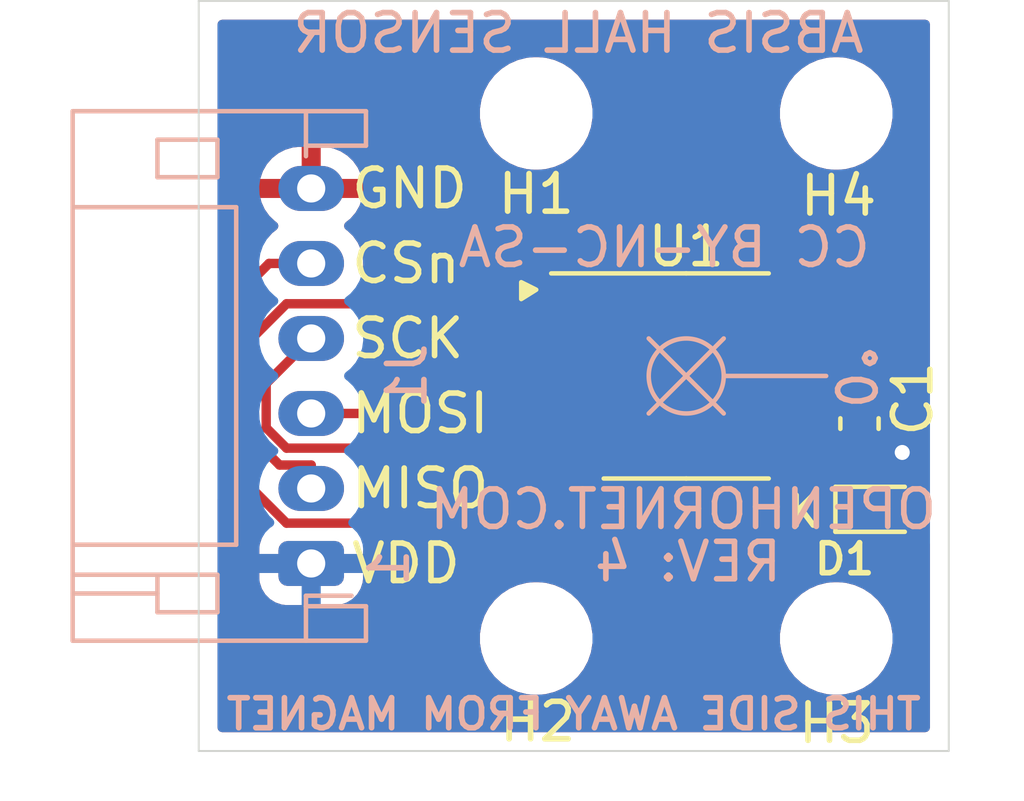
<source format=kicad_pcb>
(kicad_pcb (version 20221018) (generator pcbnew)
  (title_block (title "ABSIS Hall Sensor") (date "2023-04-19") (rev "3") (company "www.openhornet.com") (comment 1 "License:  CC BY-NC-SA"))
  (layers (0 "F.Cu" signal) (31 "B.Cu" signal) (34 "B.Paste" user) (35 "F.Paste" user) (36 "B.SilkS" user "B.Silkscreen") (37 "F.SilkS" user "F.Silkscreen") (38 "B.Mask" user) (39 "F.Mask" user) (44 "Edge.Cuts" user))
  (net 0 "")
  (net 1 "GND")
  (net 2 "/CSN")
  (net 3 "/SCK")
  (net 4 "/MOSI")
  (net 5 "/MISO")
  (net 6 "VDD")
  (footprint "OH_Footprints:MountingHole_2.5mm" (layer "F.Cu") (at 179.847 91.298)
    (fp_text reference "H4" (at 0.06 2.2) (layer "F.SilkS"))
    (fp_text value "2.5mm")
    (pad "" np_thru_hole circle (at 0 0) (size 2.5 2.5) (drill 2.5) (layers "*.Cu" "*.Mask"))
  )
  (footprint "OH_Footprints:MountingHole_2.5mm" (layer "F.Cu") (at 179.847 105.298)
    (fp_text reference "H3" (at 0.01 2.26) (layer "F.SilkS"))
    (fp_text value "2.5mm")
    (pad "" np_thru_hole circle (at 0 0) (size 2.5 2.5) (drill 2.5) (layers "*.Cu" "*.Mask"))
  )
  (footprint "OH_Footprints:MountingHole_2.5mm" (layer "F.Cu") (at 171.847 91.298)
    (fp_text reference "H1" (at 0 2.15) (layer "F.SilkS"))
    (fp_text value "2.5mm")
    (pad "" np_thru_hole circle (at 0 0) (size 2.5 2.5) (drill 2.5) (layers "*.Cu" "*.Mask"))
  )
  (footprint "OH_Footprints:MountingHole_2.5mm" (layer "F.Cu") (at 171.847 105.298)
    (fp_text reference "H2" (at 0.04 2.22) (layer "F.SilkS"))
    (fp_text value "2.5mm")
    (pad "" np_thru_hole circle (at 0 0) (size 2.5 2.5) (drill 2.5) (layers "*.Cu" "*.Mask"))
  )
  (footprint "OH_Footprints:C_0603_1608Metric" (layer "F.Cu") (at 180.467 99.568 90)
    (fp_text reference "C1" (at 0.66 1.42 90) (layer "F.SilkS"))
    (fp_text value "0.1uF")
    (fp_line (start -0.14058 -0.51) (end 0.14058 -0.51) (stroke (width 0.12)) (layer "F.SilkS"))
    (fp_line (start -0.14058 0.51) (end 0.14058 0.51) (stroke (width 0.12)) (layer "F.SilkS"))
    (pad "1" smd roundrect (at -0.775 0 90) (size 0.9 0.95) (layers "F.Cu" "F.Paste" "F.Mask") (net 6 "VDD"))
    (pad "2" smd roundrect (at 0.775 0 90) (size 0.9 0.95) (layers "F.Cu" "F.Paste" "F.Mask") (net 1 "GND"))
  )
  (footprint "OH_Footprints:D_SOD-523" (layer "F.Cu") (at 180.975 101.854)
    (fp_text reference "D1" (at -0.9068 1.3284) (layer "F.SilkS") (effects (font (size 0.8 0.8))))
    (fp_text value "ESD5Z5V0")
    (fp_line (start -1.15 -0.6) (end -1.15 0.6) (stroke (width 0.12)) (layer "F.SilkS"))
    (fp_line (start 0.7 -0.6) (end -1.15 -0.6) (stroke (width 0.12)) (layer "F.SilkS"))
    (fp_line (start 0.7 0.6) (end -1.15 0.6) (stroke (width 0.12)) (layer "F.SilkS"))
    (pad "1" smd rect (at -0.7 0 180) (size 0.6 0.7) (layers "F.Cu" "F.Paste" "F.Mask") (net 6 "VDD"))
    (pad "2" smd rect (at 0.7 0 180) (size 0.6 0.7) (layers "F.Cu" "F.Paste" "F.Mask") (net 1 "GND"))
  )
  (footprint "OH_Footprints:TSSOP-16_4.4x5mm_P0.65mm" (layer "F.Cu") (at 175.847 98.298)
    (fp_text reference "U1" (at 0 -3.45) (layer "F.SilkS"))
    (fp_text value "MT6835GT")
    (fp_line (start 0 -2.735) (end -3.6 -2.735) (stroke (width 0.12)) (layer "F.SilkS"))
    (fp_line (start 0 -2.735) (end 2.2 -2.735) (stroke (width 0.12)) (layer "F.SilkS"))
    (fp_line (start 0 2.735) (end -2.2 2.735) (stroke (width 0.12)) (layer "F.SilkS"))
    (fp_line (start 0 2.735) (end 2.2 2.735) (stroke (width 0.12)) (layer "F.SilkS"))
    (pad "1" smd roundrect (at -2.8625 -2.275) (size 1.475 0.4) (layers "F.Cu" "F.Paste" "F.Mask"))
    (pad "2" smd roundrect (at -2.8625 -1.625) (size 1.475 0.4) (layers "F.Cu" "F.Paste" "F.Mask"))
    (pad "3" smd roundrect (at -2.8625 -0.975) (size 1.475 0.4) (layers "F.Cu" "F.Paste" "F.Mask"))
    (pad "4" smd roundrect (at -2.8625 -0.325) (size 1.475 0.4) (layers "F.Cu" "F.Paste" "F.Mask") (net 1 "GND"))
    (pad "5" smd roundrect (at -2.8625 0.325) (size 1.475 0.4) (layers "F.Cu" "F.Paste" "F.Mask") (net 5 "/MISO"))
    (pad "6" smd roundrect (at -2.8625 0.975) (size 1.475 0.4) (layers "F.Cu" "F.Paste" "F.Mask") (net 4 "/MOSI"))
    (pad "7" smd roundrect (at -2.8625 1.625) (size 1.475 0.4) (layers "F.Cu" "F.Paste" "F.Mask") (net 3 "/SCK"))
    (pad "8" smd roundrect (at -2.8625 2.275) (size 1.475 0.4) (layers "F.Cu" "F.Paste" "F.Mask") (net 2 "/CSN"))
    (pad "9" smd roundrect (at 2.8625 2.275) (size 1.475 0.4) (layers "F.Cu" "F.Paste" "F.Mask") (net 6 "VDD"))
    (pad "10" smd roundrect (at 2.8625 1.625) (size 1.475 0.4) (layers "F.Cu" "F.Paste" "F.Mask"))
    (pad "11" smd roundrect (at 2.8625 0.975) (size 1.475 0.4) (layers "F.Cu" "F.Paste" "F.Mask") (net 1 "GND"))
    (pad "12" smd roundrect (at 2.8625 0.325) (size 1.475 0.4) (layers "F.Cu" "F.Paste" "F.Mask") (net 1 "GND"))
    (pad "13" smd roundrect (at 2.8625 -0.325) (size 1.475 0.4) (layers "F.Cu" "F.Paste" "F.Mask"))
    (pad "14" smd roundrect (at 2.8625 -0.975) (size 1.475 0.4) (layers "F.Cu" "F.Paste" "F.Mask"))
    (pad "15" smd roundrect (at 2.8625 -1.625) (size 1.475 0.4) (layers "F.Cu" "F.Paste" "F.Mask"))
    (pad "16" smd roundrect (at 2.8625 -2.275) (size 1.475 0.4) (layers "F.Cu" "F.Paste" "F.Mask"))
  )
  (footprint "OH_Footprints:JST_PH_S6B-PH-K_1x06_P2.00mm_Horizontal" (layer "B.Cu") (at 165.847 103.298 90)
    (fp_text reference "J1" (at 5 2.55 270) (layer "B.SilkS") (effects (justify mirror)))
    (fp_text value "JST_PH_01x06")
    (fp_line (start -2.06 -6.36) (end 12.06 -6.36) (stroke (width 0.12)) (layer "B.SilkS"))
    (fp_line (start -2.06 -0.14) (end -1.14 -0.14) (stroke (width 0.12)) (layer "B.SilkS"))
    (fp_line (start -2.06 1.46) (end -2.06 -6.36) (stroke (width 0.12)) (layer "B.SilkS"))
    (fp_line (start -1.3 -4.1) (end -0.3 -4.1) (stroke (width 0.12)) (layer "B.SilkS"))
    (fp_line (start -1.3 -2.5) (end -1.3 -4.1) (stroke (width 0.12)) (layer "B.SilkS"))
    (fp_line (start -1.14 -0.14) (end -1.14 1.46) (stroke (width 0.12)) (layer "B.SilkS"))
    (fp_line (start -1.14 1.46) (end -2.06 1.46) (stroke (width 0.12)) (layer "B.SilkS"))
    (fp_line (start -0.86 -0.14) (end -1.14 -0.14) (stroke (width 0.12)) (layer "B.SilkS"))
    (fp_line (start -0.86 -0.14) (end -0.86 1.075) (stroke (width 0.12)) (layer "B.SilkS"))
    (fp_line (start -0.8 -4.1) (end -0.8 -6.36) (stroke (width 0.12)) (layer "B.SilkS"))
    (fp_line (start -0.3 -4.1) (end -0.3 -6.36) (stroke (width 0.12)) (layer "B.SilkS"))
    (fp_line (start -0.3 -4.1) (end -0.3 -2.5) (stroke (width 0.12)) (layer "B.SilkS"))
    (fp_line (start -0.3 -2.5) (end -1.3 -2.5) (stroke (width 0.12)) (layer "B.SilkS"))
    (fp_line (start 0.5 -6.36) (end 0.5 -2) (stroke (width 0.12)) (layer "B.SilkS"))
    (fp_line (start 0.5 -2) (end 9.5 -2) (stroke (width 0.12)) (layer "B.SilkS"))
    (fp_line (start 9.5 -2) (end 9.5 -6.36) (stroke (width 0.12)) (layer "B.SilkS"))
    (fp_line (start 10.3 -4.1) (end 10.3 -2.5) (stroke (width 0.12)) (layer "B.SilkS"))
    (fp_line (start 10.3 -2.5) (end 11.3 -2.5) (stroke (width 0.12)) (layer "B.SilkS"))
    (fp_line (start 11.14 -0.14) (end 10.86 -0.14) (stroke (width 0.12)) (layer "B.SilkS"))
    (fp_line (start 11.14 1.46) (end 11.14 -0.14) (stroke (width 0.12)) (layer "B.SilkS"))
    (fp_line (start 11.3 -4.1) (end 10.3 -4.1) (stroke (width 0.12)) (layer "B.SilkS"))
    (fp_line (start 11.3 -2.5) (end 11.3 -4.1) (stroke (width 0.12)) (layer "B.SilkS"))
    (fp_line (start 12.06 -6.36) (end 12.06 1.46) (stroke (width 0.12)) (layer "B.SilkS"))
    (fp_line (start 12.06 -0.14) (end 11.14 -0.14) (stroke (width 0.12)) (layer "B.SilkS"))
    (fp_line (start 12.06 1.46) (end 11.14 1.46) (stroke (width 0.12)) (layer "B.SilkS"))
    (pad "1" thru_hole roundrect (at 0 0 90) (size 1.2 1.75) (drill 0.75) (layers "*.Cu" "*.Mask") (roundrect_rratio 0.2083333333) (net 6 "VDD"))
    (pad "2" thru_hole oval (at 2 0 90) (size 1.2 1.75) (drill 0.75) (layers "*.Cu" "*.Mask") (net 5 "/MISO"))
    (pad "3" thru_hole oval (at 4 0 90) (size 1.2 1.75) (drill 0.75) (layers "*.Cu" "*.Mask") (net 4 "/MOSI"))
    (pad "4" thru_hole oval (at 6 0 90) (size 1.2 1.75) (drill 0.75) (layers "*.Cu" "*.Mask") (net 3 "/SCK"))
    (pad "5" thru_hole oval (at 8 0 90) (size 1.2 1.75) (drill 0.75) (layers "*.Cu" "*.Mask") (net 2 "/CSN"))
    (pad "6" thru_hole oval (at 10 0 90) (size 1.2 1.75) (drill 0.75) (layers "*.Cu" "*.Mask") (net 1 "GND"))
  )
  (gr_circle (center 175.847 98.298) (end 175.847 97.298) (stroke (width 0.12)) (fill none) (layer "B.SilkS"))
  (gr_line (start 174.847 97.298) (end 175.847 98.298) (stroke (width 0.12)) (layer "B.SilkS"))
  (gr_line (start 176.847 97.298) (end 175.847 98.298) (stroke (width 0.12)) (layer "B.SilkS"))
  (gr_line (start 176.847 99.298) (end 175.847 98.298) (stroke (width 0.12)) (layer "B.SilkS"))
  (gr_line (start 174.847 99.298) (end 175.847 98.298) (stroke (width 0.12)) (layer "B.SilkS"))
  (gr_line (start 176.847 98.298) (end 179.578 98.298) (stroke (width 0.12)) (layer "B.SilkS"))
  (gr_poly (pts (xy 171.847 95.998) (xy 171.447 95.798) (xy 171.447 96.248)) (stroke (width 0.12)) (fill solid) (layer "F.SilkS"))
  (gr_line (start 162.847 108.298) (end 162.847 88.298) (stroke (width 0.05)) (layer "Edge.Cuts"))
  (gr_line (start 182.847 88.298) (end 182.847 108.298) (stroke (width 0.05)) (layer "Edge.Cuts"))
  (gr_line (start 182.847 108.298) (end 162.847 108.298) (stroke (width 0.05)) (layer "Edge.Cuts"))
  (gr_line (start 162.847 88.298) (end 182.847 88.298) (stroke (width 0.05)) (layer "Edge.Cuts"))
  (gr_text "OPENHORNET.COM" (at 175.768 101.854) (layer "B.SilkS") (effects (font (size 1 1)) (justify mirror)))
  (gr_text "REV: 4" (at 175.895 103.251) (layer "B.SilkS") (effects (font (size 1 1)) (justify mirror)))
  (gr_text "1" (at 167.927 103.411 90) (layer "B.SilkS") (effects (font (size 1 1)) (justify mirror)))
  (gr_text "THIS SIDE AWAY FROM MAGNET" (at 172.847 107.315) (layer "B.SilkS") (effects (font (size 0.8 0.8)) (justify mirror)))
  (gr_text "ABSIS HALL SENSOR" (at 172.974 89.154) (layer "B.SilkS") (effects (font (size 1 1)) (justify mirror)))
  (gr_text "0°" (at 180.34 98.298 270) (layer "B.SilkS") (effects (font (size 1 1)) (justify mirror)))
  (gr_text "CC BY-NC-SA" (at 175.26 94.869) (layer "B.SilkS") (effects (font (size 1 1)) (justify mirror)))
  (gr_text "MISO" (at 166.847 101.298) (layer "F.SilkS") (effects (font (size 1 1)) (justify left)))
  (gr_text "MOSI" (at 166.847 99.298) (layer "F.SilkS") (effects (font (size 1 1)) (justify left)))
  (gr_text "SCK" (at 166.847 97.298) (layer "F.SilkS") (effects (font (size 1 1)) (justify left)))
  (gr_text "CSn" (at 166.847 95.298) (layer "F.SilkS") (effects (font (size 1 1)) (justify left)))
  (gr_text "GND" (at 166.847 93.298) (layer "F.SilkS") (effects (font (size 1 1)) (justify left)))
  (gr_text "K" (at 179.484 101.9124) (layer "F.SilkS") (effects (font (size 0.8 0.8)) (justify right)))
  (gr_text "VDD" (at 166.847 103.298) (layer "F.SilkS") (effects (font (size 1 1)) (justify left)))
  (segment (start 179.252484 102.7088) (end 177.4672 100.923516) (width 0.6096) (layer "F.Cu") (net 1))
  (segment (start 178.7095 98.623) (end 180.297 98.623) (width 0.3048) (layer "F.Cu") (net 1))
  (segment (start 177.4672 100.923516) (end 177.4672 99.572484) (width 0.6096) (layer "F.Cu") (net 1))
  (segment (start 180.297 98.623) (end 180.467 98.793) (width 0.3048) (layer "F.Cu") (net 1))
  (segment (start 178.7095 99.273) (end 177.206 99.273) (width 0.3048) (layer "F.Cu") (net 1))
  (segment (start 177.4672 99.572484) (end 178.246684 98.793) (width 0.6096) (layer "F.Cu") (net 1))
  (segment (start 180.8202 102.7088) (end 179.252484 102.7088) (width 0.6096) (layer "F.Cu") (net 1))
  (segment (start 181.675 101.854) (end 180.8202 102.7088) (width 0.6096) (layer "F.Cu") (net 1))
  (segment (start 172.9845 97.973) (end 174.569 97.973) (width 0.3048) (layer "F.Cu") (net 1))
  (segment (start 178.246684 98.793) (end 180.467 98.793) (width 0.6096) (layer "F.Cu") (net 1))
  (segment (start 163.746968 100.781129) (end 165.188849 102.22301) (width 0.25) (layer "F.Cu") (net 2))
  (segment (start 165.847 95.298) (end 164.722 95.298) (width 0.25) (layer "F.Cu") (net 2))
  (segment (start 163.746968 96.273032) (end 163.746968 100.781129) (width 0.25) (layer "F.Cu") (net 2))
  (segment (start 165.188849 102.22301) (end 171.33449 102.22301) (width 0.25) (layer "F.Cu") (net 2))
  (segment (start 171.33449 102.22301) (end 172.9845 100.573) (width 0.25) (layer "F.Cu") (net 2))
  (segment (start 164.722 95.298) (end 163.746968 96.273032) (width 0.25) (layer "F.Cu") (net 2))
  (segment (start 165.847 97.298) (end 164.64699 98.49801) (width 0.25) (layer "F.Cu") (net 3))
  (segment (start 164.64699 99.681151) (end 165.188849 100.22301) (width 0.25) (layer "F.Cu") (net 3))
  (segment (start 171.875579 100.22301) (end 172.175589 99.923) (width 0.25) (layer "F.Cu") (net 3))
  (segment (start 164.64699 98.49801) (end 164.64699 99.681151) (width 0.25) (layer "F.Cu") (net 3))
  (segment (start 165.188849 100.22301) (end 171.875579 100.22301) (width 0.25) (layer "F.Cu") (net 3))
  (segment (start 172.175589 99.923) (end 172.9845 99.923) (width 0.25) (layer "F.Cu") (net 3))
  (segment (start 172.9595 99.298) (end 172.9845 99.273) (width 0.25) (layer "F.Cu") (net 4))
  (segment (start 165.847 99.298) (end 172.9595 99.298) (width 0.25) (layer "F.Cu") (net 4))
  (segment (start 165.002449 100.673021) (end 164.196979 99.867551) (width 0.25) (layer "F.Cu") (net 5))
  (segment (start 165.847 101.298) (end 165.847 100.673021) (width 0.25) (layer "F.Cu") (net 5))
  (segment (start 169.99699 96.37299) (end 172.247 98.623) (width 0.25) (layer "F.Cu") (net 5))
  (segment (start 165.188849 96.37299) (end 169.99699 96.37299) (width 0.25) (layer "F.Cu") (net 5))
  (segment (start 165.847 100.673021) (end 165.002449 100.673021) (width 0.25) (layer "F.Cu") (net 5))
  (segment (start 172.247 98.623) (end 172.9845 98.623) (width 0.25) (layer "F.Cu") (net 5))
  (segment (start 164.196979 97.36486) (end 165.188849 96.37299) (width 0.25) (layer "F.Cu") (net 5))
  (segment (start 164.196979 99.867551) (end 164.196979 97.36486) (width 0.25) (layer "F.Cu") (net 5))
  (segment (start 180.275 101.157) (end 180.467 100.965) (width 0.6096) (layer "F.Cu") (net 6))
  (segment (start 180.467 100.965) (end 180.467 100.343) (width 0.6096) (layer "F.Cu") (net 6))
  (segment (start 181.602 100.343) (end 180.467 100.343) (width 0.6096) (layer "F.Cu") (net 6))
  (segment (start 180.467 100.343) (end 180.237 100.573) (width 0.3048) (layer "F.Cu") (net 6))
  (segment (start 180.237 100.573) (end 178.7095 100.573) (width 0.3048) (layer "F.Cu") (net 6))
  (segment (start 181.607 100.338) (end 181.602 100.343) (width 0.6096) (layer "F.Cu") (net 6))
  (segment (start 180.275 101.854) (end 180.275 101.157) (width 0.6096) (layer "F.Cu") (net 6))
  (via (at 181.607 100.338) (size 0.8) (drill 0.4) (layers "F.Cu" "B.Cu") (net 6))
  (zone (net 1) (net_name "GND") (layer "F.Cu") (connect_pads (clearance 0.508)) (min_thickness 0.254) (fill yes (thermal_gap 0.508) (thermal_bridge_width 0.508))
    (polygon (pts (xy 182.847 108.298) (xy 162.847 108.298) (xy 162.847 88.298) (xy 182.847 88.298)))
  )
  (zone (net 0) (net_name "") (layer "F.Cu") (connect_pads (clearance 0)) (min_thickness 0.254)
    (keepout (tracks allowed) (vias allowed) (pads allowed) (copperpour not_allowed) (footprints allowed))
    (fill (thermal_gap 0.508) (thermal_bridge_width 0.508))
    (polygon (pts (xy 182.626 102.616) (xy 179.705 102.616) (xy 179.705 98.044) (xy 182.626 98.044)))
  )
  (zone (net 6) (net_name "VDD") (layer "B.Cu") (connect_pads (clearance 0.508)) (min_thickness 0.254) (fill yes (thermal_gap 0.508) (thermal_bridge_width 0.508))
    (polygon (pts (xy 182.847 108.298) (xy 162.847 108.298) (xy 162.847 88.298) (xy 182.847 88.298)))
  )
)
</source>
